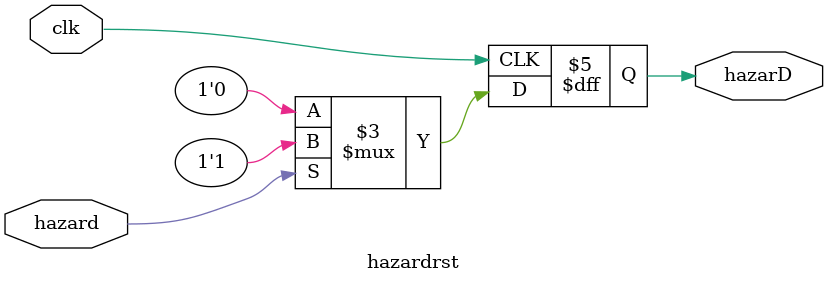
<source format=v>
module hazardrst(
		input clk,
		input hazard,
		output reg hazarD
    );
	 always @(posedge clk)
	 begin
	 if(hazard)
	 hazarD<=1'b1;
	 else
	 hazarD<=1'b0;
	 end

endmodule

</source>
